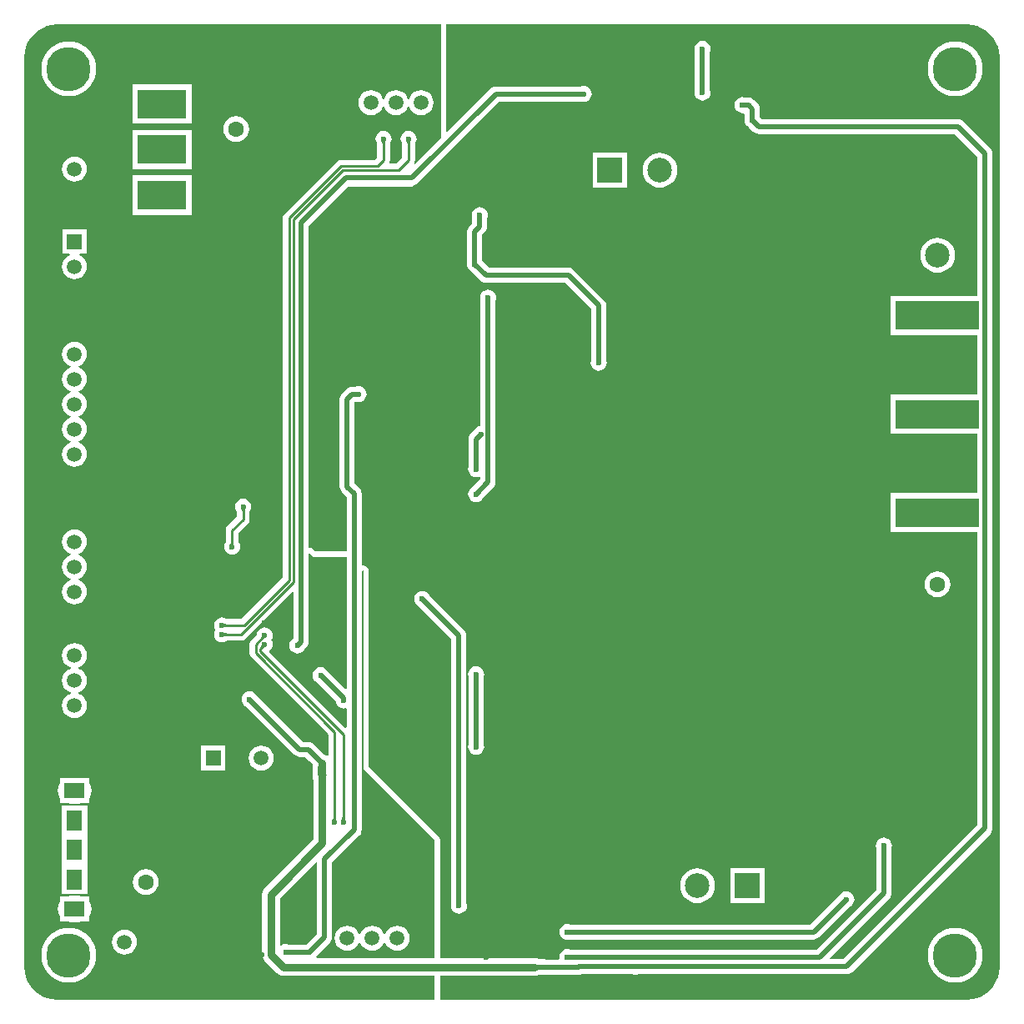
<source format=gbl>
G04*
G04 #@! TF.GenerationSoftware,Altium Limited,Altium Designer,18.1.9 (240)*
G04*
G04 Layer_Physical_Order=2*
G04 Layer_Color=16711680*
%FSLAX25Y25*%
%MOIN*%
G70*
G01*
G75*
%ADD12C,0.01000*%
%ADD20R,0.03700X0.03200*%
%ADD64C,0.02000*%
%ADD69C,0.03000*%
%ADD70R,0.09843X0.09843*%
%ADD71C,0.09843*%
%ADD72R,0.05906X0.05906*%
%ADD73C,0.05906*%
%ADD74R,0.06299X0.07874*%
%ADD75R,0.07874X0.06000*%
%ADD76R,0.05906X0.05906*%
%ADD77C,0.06299*%
%ADD78R,0.05906X0.05906*%
%ADD79C,0.05906*%
%ADD80R,0.33465X0.11811*%
%ADD81R,0.33465X0.11811*%
%ADD82R,0.09843X0.09843*%
%ADD83C,0.17717*%
%ADD84R,0.19685X0.11811*%
%ADD85C,0.02362*%
G36*
X156265Y345090D02*
X156209Y345017D01*
X156160Y344938D01*
X156118Y344853D01*
X156082Y344763D01*
X156052Y344666D01*
X156029Y344564D01*
X156013Y344456D01*
X156003Y344341D01*
X156000Y344221D01*
X155000D01*
X154997Y344341D01*
X154987Y344456D01*
X154971Y344564D01*
X154948Y344666D01*
X154918Y344763D01*
X154882Y344853D01*
X154840Y344938D01*
X154791Y345017D01*
X154735Y345090D01*
X154673Y345157D01*
X156327D01*
X156265Y345090D01*
D02*
G37*
G36*
X146265D02*
X146209Y345017D01*
X146160Y344938D01*
X146118Y344853D01*
X146082Y344763D01*
X146052Y344666D01*
X146029Y344564D01*
X146013Y344456D01*
X146003Y344341D01*
X146000Y344221D01*
X145000D01*
X144997Y344341D01*
X144987Y344456D01*
X144971Y344564D01*
X144948Y344666D01*
X144918Y344763D01*
X144882Y344853D01*
X144840Y344938D01*
X144791Y345017D01*
X144735Y345090D01*
X144673Y345157D01*
X146327D01*
X146265Y345090D01*
D02*
G37*
G36*
X15000Y391738D02*
X168500D01*
Y346379D01*
X158076Y335955D01*
X157687Y336274D01*
X157855Y336525D01*
X158049Y337500D01*
Y344096D01*
X158279Y344396D01*
X158599Y345170D01*
X158709Y346000D01*
X158599Y346830D01*
X158279Y347604D01*
X157769Y348269D01*
X157104Y348779D01*
X156330Y349099D01*
X155500Y349209D01*
X154670Y349099D01*
X153896Y348779D01*
X153231Y348269D01*
X152721Y347604D01*
X152401Y346830D01*
X152292Y346000D01*
X152401Y345170D01*
X152721Y344396D01*
X152951Y344096D01*
Y338556D01*
X150444Y336049D01*
X148112D01*
X147855Y336461D01*
X147860Y336549D01*
X148049Y337500D01*
Y344096D01*
X148279Y344396D01*
X148599Y345170D01*
X148708Y346000D01*
X148599Y346830D01*
X148279Y347604D01*
X147769Y348269D01*
X147104Y348779D01*
X146330Y349099D01*
X145500Y349209D01*
X144670Y349099D01*
X143896Y348779D01*
X143231Y348269D01*
X142721Y347604D01*
X142401Y346830D01*
X142291Y346000D01*
X142401Y345170D01*
X142721Y344396D01*
X142951Y344096D01*
Y338556D01*
X142044Y337649D01*
X128600D01*
X127624Y337455D01*
X126798Y336902D01*
X106098Y316202D01*
X105545Y315375D01*
X105351Y314400D01*
Y170738D01*
X88662Y154049D01*
X82904D01*
X82604Y154279D01*
X81830Y154599D01*
X81000Y154709D01*
X80170Y154599D01*
X79396Y154279D01*
X78731Y153769D01*
X78221Y153104D01*
X77901Y152330D01*
X77791Y151500D01*
X77901Y150670D01*
X78221Y149896D01*
X78329Y149756D01*
X78182Y149565D01*
X77861Y148791D01*
X77752Y147961D01*
X77861Y147130D01*
X78182Y146356D01*
X78692Y145692D01*
X79356Y145182D01*
X80130Y144861D01*
X80961Y144752D01*
X81791Y144861D01*
X82565Y145182D01*
X82864Y145412D01*
X88442D01*
X89417Y145606D01*
X90244Y146158D01*
X109012Y164926D01*
X109474Y164735D01*
Y146266D01*
X108826Y145769D01*
X108316Y145104D01*
X107995Y144330D01*
X107886Y143500D01*
X107995Y142670D01*
X108316Y141896D01*
X108826Y141231D01*
X109490Y140721D01*
X110264Y140401D01*
X111094Y140292D01*
X111925Y140401D01*
X112699Y140721D01*
X113363Y141231D01*
X113873Y141896D01*
X113946Y142073D01*
X114640Y142766D01*
X114640Y142766D01*
X115120Y143393D01*
X115423Y144122D01*
X115526Y144905D01*
X115526Y144906D01*
Y180321D01*
X115988Y180512D01*
X117500Y179000D01*
X130724D01*
X130724Y126239D01*
X130262Y126048D01*
X123257Y133053D01*
X123183Y133230D01*
X122673Y133895D01*
X122009Y134405D01*
X121235Y134725D01*
X120405Y134834D01*
X119574Y134725D01*
X118800Y134405D01*
X118136Y133895D01*
X117626Y133230D01*
X117305Y132456D01*
X117196Y131626D01*
X117305Y130796D01*
X117626Y130022D01*
X118136Y129357D01*
X118800Y128847D01*
X118977Y128774D01*
X126413Y121338D01*
X126501Y120670D01*
X126821Y119896D01*
X127331Y119231D01*
X127996Y118721D01*
X128770Y118401D01*
X129600Y118291D01*
X130224Y118374D01*
X130724Y118037D01*
Y110797D01*
X130262Y110606D01*
X99981Y140886D01*
X100025Y141550D01*
X100292Y141755D01*
X100802Y142419D01*
X101123Y143193D01*
X101232Y144024D01*
X101123Y144854D01*
X100802Y145628D01*
X100688Y145777D01*
X100779Y145896D01*
X101099Y146670D01*
X101209Y147500D01*
X101099Y148330D01*
X100779Y149104D01*
X100269Y149769D01*
X99604Y150279D01*
X98830Y150599D01*
X98000Y150708D01*
X97170Y150599D01*
X96396Y150279D01*
X95731Y149769D01*
X95221Y149104D01*
X94901Y148330D01*
X94851Y147956D01*
X92698Y145802D01*
X92145Y144975D01*
X91951Y144000D01*
Y140500D01*
X92145Y139524D01*
X92698Y138698D01*
X123451Y107944D01*
Y99596D01*
X123003Y99375D01*
X122765Y99557D01*
X121989Y99879D01*
X120208Y101590D01*
X120157Y101622D01*
X117640Y104140D01*
X117013Y104621D01*
X116283Y104923D01*
X115500Y105026D01*
X113159D01*
X94757Y123427D01*
X94684Y123604D01*
X94174Y124269D01*
X93510Y124779D01*
X92736Y125099D01*
X91905Y125208D01*
X91075Y125099D01*
X90301Y124779D01*
X89637Y124269D01*
X89127Y123604D01*
X88806Y122830D01*
X88697Y122000D01*
X88806Y121170D01*
X89127Y120396D01*
X89637Y119731D01*
X90301Y119221D01*
X90478Y119148D01*
X109766Y99860D01*
X110393Y99379D01*
X111122Y99077D01*
X111906Y98974D01*
X114247D01*
X115891Y97330D01*
X115927Y97276D01*
X117150Y96031D01*
Y92105D01*
X117125Y92002D01*
X117132Y91957D01*
X117123Y91912D01*
X117150Y91775D01*
Y89900D01*
X117428D01*
X117458Y89414D01*
X117461Y88900D01*
X117470Y88856D01*
Y65962D01*
X98004Y46496D01*
X97443Y45765D01*
X97090Y44914D01*
X96970Y44000D01*
Y20000D01*
X97090Y19086D01*
X97443Y18235D01*
X98004Y17504D01*
X103004Y12504D01*
X103735Y11943D01*
X104586Y11590D01*
X105500Y11470D01*
X166000D01*
Y1963D01*
X15000D01*
X14899Y1942D01*
X12956Y2095D01*
X10962Y2574D01*
X9068Y3359D01*
X7320Y4430D01*
X5761Y5761D01*
X4430Y7320D01*
X3359Y9068D01*
X2574Y10962D01*
X2095Y12956D01*
X1942Y14899D01*
X1963Y15000D01*
Y378701D01*
X1942Y378802D01*
X2095Y380745D01*
X2574Y382738D01*
X3359Y384632D01*
X4430Y386381D01*
X5761Y387940D01*
X7320Y389271D01*
X9068Y390342D01*
X10962Y391127D01*
X12956Y391605D01*
X14899Y391758D01*
X15000Y391738D01*
D02*
G37*
G36*
X81911Y152265D02*
X81983Y152209D01*
X82062Y152160D01*
X82147Y152118D01*
X82237Y152082D01*
X82334Y152052D01*
X82436Y152029D01*
X82544Y152013D01*
X82659Y152003D01*
X82779Y152000D01*
Y151000D01*
X82659Y150997D01*
X82544Y150987D01*
X82436Y150971D01*
X82334Y150948D01*
X82237Y150918D01*
X82147Y150882D01*
X82062Y150840D01*
X81983Y150791D01*
X81911Y150735D01*
X81844Y150673D01*
Y152327D01*
X81911Y152265D01*
D02*
G37*
G36*
X81871Y148725D02*
X81944Y148670D01*
X82023Y148621D01*
X82108Y148578D01*
X82198Y148542D01*
X82294Y148513D01*
X82397Y148490D01*
X82505Y148474D01*
X82619Y148464D01*
X82739Y148461D01*
Y147461D01*
X82619Y147457D01*
X82505Y147448D01*
X82397Y147431D01*
X82294Y147408D01*
X82198Y147379D01*
X82108Y147343D01*
X82023Y147301D01*
X81944Y147251D01*
X81871Y147196D01*
X81804Y147134D01*
Y148787D01*
X81871Y148725D01*
D02*
G37*
G36*
X97988Y146319D02*
X97897Y146316D01*
X97806Y146303D01*
X97716Y146282D01*
X97626Y146252D01*
X97536Y146214D01*
X97447Y146166D01*
X97359Y146110D01*
X97271Y146045D01*
X97183Y145971D01*
X97096Y145889D01*
X96389Y146596D01*
X96471Y146683D01*
X96545Y146771D01*
X96610Y146859D01*
X96666Y146947D01*
X96714Y147036D01*
X96752Y147126D01*
X96782Y147216D01*
X96803Y147306D01*
X96816Y147397D01*
X96819Y147488D01*
X97988Y146319D01*
D02*
G37*
G36*
X98012Y142843D02*
X97921Y142839D01*
X97830Y142827D01*
X97739Y142806D01*
X97649Y142776D01*
X97560Y142737D01*
X97471Y142690D01*
X97382Y142634D01*
X97294Y142569D01*
X97207Y142495D01*
X97119Y142412D01*
X96412Y143119D01*
X96495Y143207D01*
X96569Y143294D01*
X96634Y143382D01*
X96690Y143471D01*
X96737Y143560D01*
X96776Y143649D01*
X96806Y143739D01*
X96827Y143830D01*
X96839Y143921D01*
X96843Y144012D01*
X98012Y142843D01*
D02*
G37*
G36*
X121001Y98000D02*
X119500Y96499D01*
X119479Y96537D01*
X119415Y96615D01*
X119161Y96894D01*
X117381Y98705D01*
X118795Y100119D01*
X121001Y98000D01*
D02*
G37*
G36*
X122774Y91882D02*
X122716Y91792D01*
X122666Y91642D01*
X122622Y91432D01*
X122584Y91162D01*
X122530Y90442D01*
X122500Y88912D01*
X119500D01*
X119497Y89482D01*
X119378Y91432D01*
X119334Y91642D01*
X119284Y91792D01*
X119226Y91882D01*
X119162Y91912D01*
X122838D01*
X122774Y91882D01*
D02*
G37*
G36*
X130003Y74659D02*
X130013Y74545D01*
X130029Y74436D01*
X130052Y74334D01*
X130082Y74237D01*
X130118Y74147D01*
X130160Y74062D01*
X130209Y73983D01*
X130265Y73910D01*
X130327Y73843D01*
X128673D01*
X128735Y73910D01*
X128791Y73983D01*
X128840Y74062D01*
X128882Y74147D01*
X128918Y74237D01*
X128948Y74334D01*
X128971Y74436D01*
X128987Y74545D01*
X128997Y74659D01*
X129000Y74779D01*
X130000D01*
X130003Y74659D01*
D02*
G37*
G36*
X126503D02*
X126513Y74545D01*
X126529Y74436D01*
X126552Y74334D01*
X126582Y74237D01*
X126618Y74147D01*
X126660Y74062D01*
X126709Y73983D01*
X126765Y73910D01*
X126827Y73843D01*
X125173D01*
X125235Y73910D01*
X125291Y73983D01*
X125340Y74062D01*
X125382Y74147D01*
X125418Y74237D01*
X125448Y74334D01*
X125471Y74436D01*
X125487Y74545D01*
X125497Y74659D01*
X125500Y74779D01*
X126500D01*
X126503Y74659D01*
D02*
G37*
G36*
X118974Y56828D02*
Y28253D01*
X114747Y24026D01*
X107508D01*
X107330Y24099D01*
X106500Y24208D01*
X105670Y24099D01*
X104896Y23779D01*
X104530Y23498D01*
X104030Y23745D01*
Y42538D01*
X118512Y57020D01*
X118974Y56828D01*
D02*
G37*
G36*
X137500Y173371D02*
Y94329D01*
X166000Y65829D01*
Y18530D01*
X118745D01*
X118498Y19030D01*
X118779Y19396D01*
X118852Y19573D01*
X124140Y24860D01*
X124620Y25487D01*
X124923Y26217D01*
X125026Y27000D01*
Y56818D01*
X135889Y67682D01*
X136370Y68309D01*
X136673Y69038D01*
X136776Y69821D01*
X136776Y69822D01*
X136776Y173302D01*
X137276Y173546D01*
X137500Y173371D01*
D02*
G37*
G36*
X207102Y16050D02*
X207202Y16039D01*
X207579Y16022D01*
X210118Y16000D01*
Y14000D01*
X207060Y13939D01*
Y16061D01*
X207102Y16050D01*
D02*
G37*
G36*
X380745Y391605D02*
X382738Y391127D01*
X384632Y390342D01*
X386381Y389271D01*
X387940Y387940D01*
X389271Y386381D01*
X390342Y384632D01*
X391127Y382738D01*
X391605Y380745D01*
X391758Y378802D01*
X391738Y378701D01*
Y15000D01*
X391758Y14899D01*
X391605Y12956D01*
X391127Y10962D01*
X390342Y9068D01*
X389271Y7320D01*
X387940Y5761D01*
X386381Y4430D01*
X384632Y3359D01*
X382738Y2574D01*
X380745Y2095D01*
X378802Y1942D01*
X378701Y1963D01*
X168039D01*
Y11470D01*
X206000D01*
X206914Y11590D01*
X207690Y11912D01*
X210159Y11961D01*
X210217Y11974D01*
X222292D01*
X222470Y11901D01*
X223300Y11791D01*
X224130Y11901D01*
X224549Y12074D01*
X245093D01*
X245270Y12001D01*
X246100Y11891D01*
X246930Y12001D01*
X247108Y12074D01*
X330600D01*
X331383Y12177D01*
X332113Y12479D01*
X332740Y12960D01*
X388140Y68360D01*
X388140Y68360D01*
X388620Y68987D01*
X388923Y69717D01*
X389026Y70500D01*
X389026Y70500D01*
X389026Y340200D01*
X389026Y340200D01*
X388923Y340983D01*
X388620Y341713D01*
X388140Y342340D01*
X388140Y342340D01*
X377340Y353140D01*
X376713Y353621D01*
X375983Y353923D01*
X375200Y354026D01*
X296753D01*
X296026Y354753D01*
Y358000D01*
X295923Y358783D01*
X295620Y359513D01*
X295140Y360140D01*
X293640Y361640D01*
X293013Y362121D01*
X292283Y362423D01*
X291500Y362526D01*
X290007D01*
X289830Y362599D01*
X289000Y362709D01*
X288170Y362599D01*
X287396Y362279D01*
X286731Y361769D01*
X286221Y361104D01*
X285901Y360330D01*
X285791Y359500D01*
X285901Y358670D01*
X286221Y357896D01*
X286731Y357231D01*
X287396Y356721D01*
X288170Y356401D01*
X289000Y356291D01*
X289474Y356354D01*
X289974Y355950D01*
Y354507D01*
X289901Y354330D01*
X289791Y353500D01*
X289901Y352670D01*
X290221Y351896D01*
X290731Y351231D01*
X291396Y350721D01*
X291573Y350648D01*
X293360Y348860D01*
X293360Y348860D01*
X293987Y348379D01*
X294717Y348077D01*
X295500Y347974D01*
X373947D01*
X382974Y338947D01*
Y283276D01*
X348268D01*
Y267465D01*
X382974D01*
Y243905D01*
X348268D01*
Y228095D01*
X382974D01*
X382974Y204535D01*
X348268D01*
Y188724D01*
X382974D01*
Y71753D01*
X329347Y18126D01*
X324058D01*
X323867Y18588D01*
X347640Y42360D01*
X347640Y42360D01*
X348120Y42987D01*
X348423Y43717D01*
X348526Y44500D01*
X348526Y44500D01*
Y62493D01*
X348599Y62670D01*
X348709Y63500D01*
X348599Y64330D01*
X348279Y65104D01*
X347769Y65769D01*
X347104Y66279D01*
X346330Y66599D01*
X345500Y66709D01*
X344670Y66599D01*
X343896Y66279D01*
X343231Y65769D01*
X342721Y65104D01*
X342401Y64330D01*
X342291Y63500D01*
X342401Y62670D01*
X342474Y62493D01*
Y45753D01*
X318747Y22026D01*
X220007D01*
X219830Y22099D01*
X219000Y22208D01*
X218170Y22099D01*
X217396Y21779D01*
X216731Y21269D01*
X216221Y20604D01*
X215901Y19830D01*
X215791Y19000D01*
X215854Y18526D01*
X215450Y18026D01*
X210199D01*
X210136Y18039D01*
X207759Y18060D01*
X206914Y18410D01*
X206000Y18530D01*
X168039D01*
Y65829D01*
X168039Y65829D01*
X167884Y66610D01*
X167442Y67271D01*
X139539Y95174D01*
Y173371D01*
X139515Y173495D01*
X139524Y173620D01*
X139438Y173882D01*
X139384Y174152D01*
X139314Y174256D01*
X139275Y174376D01*
X139095Y174584D01*
X138942Y174813D01*
X138837Y174883D01*
X138755Y174978D01*
X138531Y175154D01*
X138230Y175305D01*
X137939Y175475D01*
X137877Y175483D01*
X137820Y175512D01*
X137485Y175536D01*
X137151Y175582D01*
X136776Y175907D01*
Y204250D01*
X136673Y205033D01*
X136370Y205763D01*
X135889Y206390D01*
X134026Y208253D01*
Y240747D01*
X134253Y240974D01*
X134493D01*
X134670Y240901D01*
X135500Y240791D01*
X136330Y240901D01*
X137104Y241221D01*
X137769Y241731D01*
X138279Y242396D01*
X138599Y243170D01*
X138708Y244000D01*
X138599Y244830D01*
X138279Y245604D01*
X137769Y246269D01*
X137104Y246779D01*
X136330Y247099D01*
X135500Y247209D01*
X134670Y247099D01*
X134493Y247026D01*
X133000D01*
X133000Y247026D01*
X132217Y246923D01*
X131487Y246620D01*
X130860Y246140D01*
X128860Y244140D01*
X128379Y243513D01*
X128077Y242783D01*
X127974Y242000D01*
Y207000D01*
X128077Y206217D01*
X128379Y205487D01*
X128860Y204860D01*
X130724Y202997D01*
Y181121D01*
X118263D01*
X117430Y181954D01*
X116768Y182396D01*
X115988Y182551D01*
X115547Y182913D01*
X115526Y182969D01*
X115526Y311247D01*
X131279Y327000D01*
X157000D01*
X157561Y327561D01*
X157683Y327577D01*
X158413Y327880D01*
X159040Y328360D01*
X191653Y360974D01*
X224493D01*
X224670Y360901D01*
X225500Y360791D01*
X226330Y360901D01*
X227104Y361221D01*
X227769Y361731D01*
X228279Y362396D01*
X228599Y363170D01*
X228709Y364000D01*
X228599Y364830D01*
X228279Y365604D01*
X227769Y366269D01*
X227104Y366779D01*
X226330Y367099D01*
X225500Y367209D01*
X224670Y367099D01*
X224493Y367026D01*
X190400D01*
X189617Y366923D01*
X188887Y366620D01*
X188260Y366140D01*
X188260Y366140D01*
X171001Y348880D01*
X170539Y349072D01*
Y391738D01*
X378701D01*
X378802Y391758D01*
X380745Y391605D01*
D02*
G37*
%LPC*%
G36*
X19685Y384908D02*
X17981Y384773D01*
X16319Y384375D01*
X14740Y383720D01*
X13283Y382827D01*
X11983Y381717D01*
X10873Y380418D01*
X9980Y378961D01*
X9326Y377382D01*
X8927Y375720D01*
X8793Y374016D01*
X8927Y372312D01*
X9326Y370650D01*
X9980Y369071D01*
X10873Y367614D01*
X11983Y366314D01*
X13283Y365204D01*
X14740Y364311D01*
X16319Y363657D01*
X17981Y363258D01*
X19685Y363124D01*
X21389Y363258D01*
X23051Y363657D01*
X24630Y364311D01*
X26087Y365204D01*
X27387Y366314D01*
X28497Y367614D01*
X29390Y369071D01*
X30044Y370650D01*
X30443Y372312D01*
X30577Y374016D01*
X30443Y375720D01*
X30044Y377382D01*
X29390Y378961D01*
X28497Y380418D01*
X27387Y381717D01*
X26087Y382827D01*
X24630Y383720D01*
X23051Y384375D01*
X21389Y384773D01*
X19685Y384908D01*
D02*
G37*
G36*
X160500Y365495D02*
X159207Y365325D01*
X158002Y364826D01*
X156968Y364032D01*
X156174Y362998D01*
X155771Y362024D01*
X155229D01*
X154826Y362998D01*
X154032Y364032D01*
X152998Y364826D01*
X151793Y365325D01*
X150500Y365495D01*
X149207Y365325D01*
X148002Y364826D01*
X146968Y364032D01*
X146174Y362998D01*
X145771Y362024D01*
X145229D01*
X144826Y362998D01*
X144032Y364032D01*
X142998Y364826D01*
X141793Y365325D01*
X140500Y365495D01*
X139207Y365325D01*
X138002Y364826D01*
X136968Y364032D01*
X136174Y362998D01*
X135675Y361793D01*
X135504Y360500D01*
X135675Y359207D01*
X136174Y358002D01*
X136968Y356968D01*
X138002Y356174D01*
X139207Y355675D01*
X140500Y355504D01*
X141793Y355675D01*
X142998Y356174D01*
X144032Y356968D01*
X144826Y358002D01*
X145229Y358976D01*
X145771D01*
X146174Y358002D01*
X146968Y356968D01*
X148002Y356174D01*
X149207Y355675D01*
X150500Y355504D01*
X151793Y355675D01*
X152998Y356174D01*
X154032Y356968D01*
X154826Y358002D01*
X155229Y358976D01*
X155771D01*
X156174Y358002D01*
X156968Y356968D01*
X158002Y356174D01*
X159207Y355675D01*
X160500Y355504D01*
X161793Y355675D01*
X162998Y356174D01*
X164032Y356968D01*
X164826Y358002D01*
X165325Y359207D01*
X165496Y360500D01*
X165325Y361793D01*
X164826Y362998D01*
X164032Y364032D01*
X162998Y364826D01*
X161793Y365325D01*
X160500Y365495D01*
D02*
G37*
G36*
X68843Y367905D02*
X45158D01*
Y352095D01*
X68843D01*
Y367905D01*
D02*
G37*
G36*
X86600Y355194D02*
X85256Y355017D01*
X84003Y354498D01*
X82927Y353673D01*
X82102Y352597D01*
X81583Y351344D01*
X81406Y350000D01*
X81583Y348656D01*
X82102Y347403D01*
X82927Y346327D01*
X84003Y345502D01*
X85256Y344983D01*
X86600Y344806D01*
X87944Y344983D01*
X89197Y345502D01*
X90273Y346327D01*
X91098Y347403D01*
X91617Y348656D01*
X91794Y350000D01*
X91617Y351344D01*
X91098Y352597D01*
X90273Y353673D01*
X89197Y354498D01*
X87944Y355017D01*
X86600Y355194D01*
D02*
G37*
G36*
X68843Y349605D02*
X45158D01*
Y333794D01*
X68843D01*
Y349605D01*
D02*
G37*
G36*
X22000Y338996D02*
X20707Y338825D01*
X19502Y338326D01*
X18468Y337532D01*
X17674Y336498D01*
X17175Y335293D01*
X17005Y334000D01*
X17175Y332707D01*
X17674Y331502D01*
X18468Y330468D01*
X19502Y329674D01*
X20707Y329175D01*
X22000Y329005D01*
X23293Y329175D01*
X24498Y329674D01*
X25532Y330468D01*
X26326Y331502D01*
X26825Y332707D01*
X26996Y334000D01*
X26825Y335293D01*
X26326Y336498D01*
X25532Y337532D01*
X24498Y338326D01*
X23293Y338825D01*
X22000Y338996D01*
D02*
G37*
G36*
X68843Y331405D02*
X45158D01*
Y315595D01*
X68843D01*
Y331405D01*
D02*
G37*
G36*
X26953Y309953D02*
X17047D01*
Y300047D01*
X19936D01*
X20036Y299547D01*
X19502Y299326D01*
X18468Y298532D01*
X17674Y297498D01*
X17175Y296293D01*
X17005Y295000D01*
X17175Y293707D01*
X17674Y292502D01*
X18468Y291468D01*
X19502Y290674D01*
X20707Y290175D01*
X22000Y290004D01*
X23293Y290175D01*
X24498Y290674D01*
X25532Y291468D01*
X26326Y292502D01*
X26825Y293707D01*
X26996Y295000D01*
X26825Y296293D01*
X26326Y297498D01*
X25532Y298532D01*
X24498Y299326D01*
X23964Y299547D01*
X24064Y300047D01*
X26953D01*
Y309953D01*
D02*
G37*
G36*
X22000Y264996D02*
X20707Y264825D01*
X19502Y264326D01*
X18468Y263532D01*
X17674Y262498D01*
X17175Y261293D01*
X17005Y260000D01*
X17175Y258707D01*
X17674Y257502D01*
X18468Y256468D01*
X19502Y255674D01*
X20476Y255271D01*
Y254729D01*
X19502Y254326D01*
X18468Y253532D01*
X17674Y252498D01*
X17175Y251293D01*
X17005Y250000D01*
X17175Y248707D01*
X17674Y247502D01*
X18468Y246468D01*
X19502Y245674D01*
X20476Y245271D01*
Y244729D01*
X19502Y244326D01*
X18468Y243532D01*
X17674Y242498D01*
X17175Y241293D01*
X17005Y240000D01*
X17175Y238707D01*
X17674Y237502D01*
X18468Y236468D01*
X19502Y235674D01*
X20476Y235271D01*
Y234729D01*
X19502Y234326D01*
X18468Y233532D01*
X17674Y232498D01*
X17175Y231293D01*
X17005Y230000D01*
X17175Y228707D01*
X17674Y227502D01*
X18468Y226468D01*
X19502Y225674D01*
X20476Y225271D01*
Y224729D01*
X19502Y224326D01*
X18468Y223532D01*
X17674Y222498D01*
X17175Y221293D01*
X17005Y220000D01*
X17175Y218707D01*
X17674Y217502D01*
X18468Y216468D01*
X19502Y215674D01*
X20707Y215175D01*
X22000Y215004D01*
X23293Y215175D01*
X24498Y215674D01*
X25532Y216468D01*
X26326Y217502D01*
X26825Y218707D01*
X26996Y220000D01*
X26825Y221293D01*
X26326Y222498D01*
X25532Y223532D01*
X24498Y224326D01*
X23524Y224729D01*
Y225271D01*
X24498Y225674D01*
X25532Y226468D01*
X26326Y227502D01*
X26825Y228707D01*
X26996Y230000D01*
X26825Y231293D01*
X26326Y232498D01*
X25532Y233532D01*
X24498Y234326D01*
X23524Y234729D01*
Y235271D01*
X24498Y235674D01*
X25532Y236468D01*
X26326Y237502D01*
X26825Y238707D01*
X26996Y240000D01*
X26825Y241293D01*
X26326Y242498D01*
X25532Y243532D01*
X24498Y244326D01*
X23524Y244729D01*
Y245271D01*
X24498Y245674D01*
X25532Y246468D01*
X26326Y247502D01*
X26825Y248707D01*
X26996Y250000D01*
X26825Y251293D01*
X26326Y252498D01*
X25532Y253532D01*
X24498Y254326D01*
X23524Y254729D01*
Y255271D01*
X24498Y255674D01*
X25532Y256468D01*
X26326Y257502D01*
X26825Y258707D01*
X26996Y260000D01*
X26825Y261293D01*
X26326Y262498D01*
X25532Y263532D01*
X24498Y264326D01*
X23293Y264825D01*
X22000Y264996D01*
D02*
G37*
G36*
X89406Y202208D02*
X88575Y202099D01*
X87801Y201779D01*
X87137Y201269D01*
X86627Y200604D01*
X86306Y199830D01*
X86197Y199000D01*
X86306Y198170D01*
X86627Y197396D01*
X86857Y197096D01*
Y195056D01*
X83198Y191397D01*
X82645Y190570D01*
X82451Y189594D01*
Y184904D01*
X82221Y184604D01*
X81901Y183830D01*
X81791Y183000D01*
X81901Y182170D01*
X82221Y181396D01*
X82731Y180731D01*
X83396Y180221D01*
X84170Y179901D01*
X85000Y179791D01*
X85830Y179901D01*
X86604Y180221D01*
X87269Y180731D01*
X87779Y181396D01*
X88099Y182170D01*
X88209Y183000D01*
X88099Y183830D01*
X87779Y184604D01*
X87549Y184904D01*
Y188539D01*
X91208Y192198D01*
X91760Y193025D01*
X91954Y194000D01*
Y197096D01*
X92184Y197396D01*
X92505Y198170D01*
X92614Y199000D01*
X92505Y199830D01*
X92184Y200604D01*
X91674Y201269D01*
X91010Y201779D01*
X90236Y202099D01*
X89406Y202208D01*
D02*
G37*
G36*
X22000Y189996D02*
X20707Y189825D01*
X19502Y189326D01*
X18468Y188532D01*
X17674Y187498D01*
X17175Y186293D01*
X17005Y185000D01*
X17175Y183707D01*
X17674Y182502D01*
X18468Y181468D01*
X19502Y180674D01*
X20476Y180271D01*
Y179729D01*
X19502Y179326D01*
X18468Y178532D01*
X17674Y177498D01*
X17175Y176293D01*
X17005Y175000D01*
X17175Y173707D01*
X17674Y172502D01*
X18468Y171468D01*
X19502Y170674D01*
X20476Y170271D01*
Y169729D01*
X19502Y169326D01*
X18468Y168532D01*
X17674Y167498D01*
X17175Y166293D01*
X17005Y165000D01*
X17175Y163707D01*
X17674Y162502D01*
X18468Y161468D01*
X19502Y160674D01*
X20707Y160175D01*
X22000Y160004D01*
X23293Y160175D01*
X24498Y160674D01*
X25532Y161468D01*
X26326Y162502D01*
X26825Y163707D01*
X26996Y165000D01*
X26825Y166293D01*
X26326Y167498D01*
X25532Y168532D01*
X24498Y169326D01*
X23524Y169729D01*
Y170271D01*
X24498Y170674D01*
X25532Y171468D01*
X26326Y172502D01*
X26825Y173707D01*
X26996Y175000D01*
X26825Y176293D01*
X26326Y177498D01*
X25532Y178532D01*
X24498Y179326D01*
X23524Y179729D01*
Y180271D01*
X24498Y180674D01*
X25532Y181468D01*
X26326Y182502D01*
X26825Y183707D01*
X26996Y185000D01*
X26825Y186293D01*
X26326Y187498D01*
X25532Y188532D01*
X24498Y189326D01*
X23293Y189825D01*
X22000Y189996D01*
D02*
G37*
G36*
Y144495D02*
X20707Y144325D01*
X19502Y143826D01*
X18468Y143032D01*
X17674Y141998D01*
X17175Y140793D01*
X17005Y139500D01*
X17175Y138207D01*
X17674Y137002D01*
X18468Y135968D01*
X19502Y135174D01*
X20476Y134771D01*
Y134229D01*
X19502Y133826D01*
X18468Y133032D01*
X17674Y131998D01*
X17175Y130793D01*
X17005Y129500D01*
X17175Y128207D01*
X17674Y127002D01*
X18468Y125968D01*
X19502Y125174D01*
X20476Y124771D01*
Y124229D01*
X19502Y123826D01*
X18468Y123032D01*
X17674Y121998D01*
X17175Y120793D01*
X17005Y119500D01*
X17175Y118207D01*
X17674Y117002D01*
X18468Y115968D01*
X19502Y115174D01*
X20707Y114675D01*
X22000Y114505D01*
X23293Y114675D01*
X24498Y115174D01*
X25532Y115968D01*
X26326Y117002D01*
X26825Y118207D01*
X26996Y119500D01*
X26825Y120793D01*
X26326Y121998D01*
X25532Y123032D01*
X24498Y123826D01*
X23524Y124229D01*
Y124771D01*
X24498Y125174D01*
X25532Y125968D01*
X26326Y127002D01*
X26825Y128207D01*
X26996Y129500D01*
X26825Y130793D01*
X26326Y131998D01*
X25532Y133032D01*
X24498Y133826D01*
X23524Y134229D01*
Y134771D01*
X24498Y135174D01*
X25532Y135968D01*
X26326Y137002D01*
X26825Y138207D01*
X26996Y139500D01*
X26825Y140793D01*
X26326Y141998D01*
X25532Y143032D01*
X24498Y143826D01*
X23293Y144325D01*
X22000Y144495D01*
D02*
G37*
G36*
X82353Y103453D02*
X72447D01*
Y93547D01*
X82353D01*
Y103453D01*
D02*
G37*
G36*
X96600Y103496D02*
X95307Y103325D01*
X94102Y102826D01*
X93068Y102032D01*
X92274Y100998D01*
X91775Y99793D01*
X91605Y98500D01*
X91775Y97207D01*
X92274Y96002D01*
X93068Y94968D01*
X94102Y94174D01*
X95307Y93675D01*
X96600Y93505D01*
X97893Y93675D01*
X99098Y94174D01*
X100132Y94968D01*
X100926Y96002D01*
X101425Y97207D01*
X101595Y98500D01*
X101425Y99793D01*
X100926Y100998D01*
X100132Y102032D01*
X99098Y102826D01*
X97893Y103325D01*
X96600Y103496D01*
D02*
G37*
G36*
X23575Y90627D02*
X20425D01*
X19081Y90450D01*
X19040Y90433D01*
X16063D01*
Y88207D01*
X15927Y88030D01*
X15408Y86777D01*
X15231Y85433D01*
X15408Y84089D01*
X15927Y82836D01*
X16063Y82659D01*
Y80433D01*
X19040D01*
X19081Y80416D01*
X20425Y80239D01*
X23575D01*
X24919Y80416D01*
X24960Y80433D01*
X27937D01*
Y82659D01*
X28073Y82836D01*
X28592Y84089D01*
X28769Y85433D01*
X28592Y86777D01*
X28073Y88030D01*
X27937Y88207D01*
Y90433D01*
X24960D01*
X24919Y90450D01*
X23575Y90627D01*
D02*
G37*
G36*
X27150Y79559D02*
X16850D01*
Y67685D01*
Y55874D01*
Y44063D01*
X27150D01*
Y55874D01*
Y67685D01*
Y79559D01*
D02*
G37*
G36*
X50500Y54194D02*
X49156Y54017D01*
X47903Y53498D01*
X46827Y52673D01*
X46002Y51597D01*
X45483Y50344D01*
X45306Y49000D01*
X45483Y47656D01*
X46002Y46403D01*
X46827Y45327D01*
X47903Y44502D01*
X49156Y43983D01*
X50500Y43806D01*
X51844Y43983D01*
X53097Y44502D01*
X54173Y45327D01*
X54998Y46403D01*
X55517Y47656D01*
X55694Y49000D01*
X55517Y50344D01*
X54998Y51597D01*
X54173Y52673D01*
X53097Y53498D01*
X51844Y54017D01*
X50500Y54194D01*
D02*
G37*
G36*
X23575Y43383D02*
X20425D01*
X19081Y43206D01*
X19040Y43189D01*
X16063D01*
Y40963D01*
X15927Y40786D01*
X15408Y39533D01*
X15231Y38189D01*
X15408Y36845D01*
X15927Y35592D01*
X16063Y35415D01*
Y33189D01*
X19040D01*
X19081Y33172D01*
X20425Y32995D01*
X23575D01*
X24919Y33172D01*
X24960Y33189D01*
X27937D01*
Y35415D01*
X28073Y35592D01*
X28592Y36845D01*
X28769Y38189D01*
X28592Y39533D01*
X28073Y40786D01*
X27937Y40963D01*
Y43189D01*
X24960D01*
X24919Y43206D01*
X23575Y43383D01*
D02*
G37*
G36*
X42000Y29996D02*
X40707Y29825D01*
X39502Y29326D01*
X38468Y28532D01*
X37674Y27498D01*
X37175Y26293D01*
X37005Y25000D01*
X37175Y23707D01*
X37674Y22502D01*
X38468Y21468D01*
X39502Y20674D01*
X40707Y20175D01*
X42000Y20005D01*
X43293Y20175D01*
X44498Y20674D01*
X45532Y21468D01*
X46326Y22502D01*
X46825Y23707D01*
X46995Y25000D01*
X46825Y26293D01*
X46326Y27498D01*
X45532Y28532D01*
X44498Y29326D01*
X43293Y29825D01*
X42000Y29996D01*
D02*
G37*
G36*
X19685Y30577D02*
X17981Y30443D01*
X16319Y30044D01*
X14740Y29390D01*
X13283Y28497D01*
X11983Y27387D01*
X10873Y26087D01*
X9980Y24630D01*
X9326Y23051D01*
X8927Y21389D01*
X8793Y19685D01*
X8927Y17981D01*
X9326Y16319D01*
X9980Y14740D01*
X10873Y13283D01*
X11983Y11983D01*
X13283Y10873D01*
X14740Y9980D01*
X16319Y9326D01*
X17981Y8927D01*
X19685Y8793D01*
X21389Y8927D01*
X23051Y9326D01*
X24630Y9980D01*
X26087Y10873D01*
X27387Y11983D01*
X28497Y13283D01*
X29390Y14740D01*
X30044Y16319D01*
X30443Y17981D01*
X30577Y19685D01*
X30443Y21389D01*
X30044Y23051D01*
X29390Y24630D01*
X28497Y26087D01*
X27387Y27387D01*
X26087Y28497D01*
X24630Y29390D01*
X23051Y30044D01*
X21389Y30443D01*
X19685Y30577D01*
D02*
G37*
%LPD*%
G36*
X90170Y198090D02*
X90115Y198017D01*
X90066Y197938D01*
X90023Y197853D01*
X89987Y197763D01*
X89958Y197666D01*
X89935Y197564D01*
X89919Y197456D01*
X89909Y197341D01*
X89906Y197221D01*
X88906D01*
X88902Y197341D01*
X88892Y197456D01*
X88876Y197564D01*
X88853Y197666D01*
X88824Y197763D01*
X88788Y197853D01*
X88745Y197938D01*
X88696Y198017D01*
X88641Y198090D01*
X88579Y198156D01*
X90232D01*
X90170Y198090D01*
D02*
G37*
G36*
X85503Y184659D02*
X85513Y184545D01*
X85529Y184436D01*
X85552Y184334D01*
X85582Y184237D01*
X85618Y184147D01*
X85660Y184062D01*
X85709Y183983D01*
X85765Y183911D01*
X85827Y183844D01*
X84173D01*
X84235Y183911D01*
X84291Y183983D01*
X84340Y184062D01*
X84382Y184147D01*
X84418Y184237D01*
X84448Y184334D01*
X84471Y184436D01*
X84487Y184545D01*
X84497Y184659D01*
X84500Y184779D01*
X85500D01*
X85503Y184659D01*
D02*
G37*
%LPC*%
G36*
X151000Y31495D02*
X149707Y31325D01*
X148502Y30826D01*
X147468Y30032D01*
X146674Y28998D01*
X146271Y28024D01*
X145729D01*
X145326Y28998D01*
X144532Y30032D01*
X143498Y30826D01*
X142293Y31325D01*
X141000Y31495D01*
X139707Y31325D01*
X138502Y30826D01*
X137468Y30032D01*
X136674Y28998D01*
X136271Y28024D01*
X135729D01*
X135326Y28998D01*
X134532Y30032D01*
X133498Y30826D01*
X132293Y31325D01*
X131000Y31495D01*
X129707Y31325D01*
X128502Y30826D01*
X127468Y30032D01*
X126674Y28998D01*
X126175Y27793D01*
X126005Y26500D01*
X126175Y25207D01*
X126674Y24002D01*
X127468Y22968D01*
X128502Y22174D01*
X129707Y21675D01*
X131000Y21505D01*
X132293Y21675D01*
X133498Y22174D01*
X134532Y22968D01*
X135326Y24002D01*
X135729Y24976D01*
X136271D01*
X136674Y24002D01*
X137468Y22968D01*
X138502Y22174D01*
X139707Y21675D01*
X141000Y21505D01*
X142293Y21675D01*
X143498Y22174D01*
X144532Y22968D01*
X145326Y24002D01*
X145729Y24976D01*
X146271D01*
X146674Y24002D01*
X147468Y22968D01*
X148502Y22174D01*
X149707Y21675D01*
X151000Y21505D01*
X152293Y21675D01*
X153498Y22174D01*
X154532Y22968D01*
X155326Y24002D01*
X155825Y25207D01*
X155996Y26500D01*
X155825Y27793D01*
X155326Y28998D01*
X154532Y30032D01*
X153498Y30826D01*
X152293Y31325D01*
X151000Y31495D01*
D02*
G37*
G36*
X374016Y384908D02*
X372312Y384773D01*
X370650Y384375D01*
X369071Y383720D01*
X367614Y382827D01*
X366314Y381717D01*
X365204Y380418D01*
X364311Y378961D01*
X363657Y377382D01*
X363258Y375720D01*
X363124Y374016D01*
X363258Y372312D01*
X363657Y370650D01*
X364311Y369071D01*
X365204Y367614D01*
X366314Y366314D01*
X367614Y365204D01*
X369071Y364311D01*
X370650Y363657D01*
X372312Y363258D01*
X374016Y363124D01*
X375720Y363258D01*
X377382Y363657D01*
X378961Y364311D01*
X380418Y365204D01*
X381717Y366314D01*
X382827Y367614D01*
X383720Y369071D01*
X384375Y370650D01*
X384773Y372312D01*
X384908Y374016D01*
X384773Y375720D01*
X384375Y377382D01*
X383720Y378961D01*
X382827Y380418D01*
X381717Y381717D01*
X380418Y382827D01*
X378961Y383720D01*
X377382Y384375D01*
X375720Y384773D01*
X374016Y384908D01*
D02*
G37*
G36*
X273000Y385209D02*
X272170Y385099D01*
X271396Y384779D01*
X270731Y384269D01*
X270221Y383604D01*
X269901Y382830D01*
X269791Y382000D01*
X269901Y381170D01*
X269974Y380993D01*
Y365508D01*
X269901Y365330D01*
X269791Y364500D01*
X269901Y363670D01*
X270221Y362896D01*
X270731Y362231D01*
X271396Y361721D01*
X272170Y361401D01*
X273000Y361291D01*
X273830Y361401D01*
X274604Y361721D01*
X275269Y362231D01*
X275779Y362896D01*
X276099Y363670D01*
X276209Y364500D01*
X276099Y365330D01*
X276026Y365508D01*
Y380993D01*
X276099Y381170D01*
X276209Y382000D01*
X276099Y382830D01*
X275779Y383604D01*
X275269Y384269D01*
X274604Y384779D01*
X273830Y385099D01*
X273000Y385209D01*
D02*
G37*
G36*
X242921Y340421D02*
X229079D01*
Y326579D01*
X242921D01*
Y340421D01*
D02*
G37*
G36*
X256000Y340455D02*
X254643Y340321D01*
X253339Y339925D01*
X252136Y339283D01*
X251082Y338418D01*
X250217Y337364D01*
X249575Y336161D01*
X249179Y334857D01*
X249045Y333500D01*
X249179Y332143D01*
X249575Y330838D01*
X250217Y329636D01*
X251082Y328582D01*
X252136Y327717D01*
X253339Y327075D01*
X254643Y326679D01*
X256000Y326545D01*
X257357Y326679D01*
X258662Y327075D01*
X259864Y327717D01*
X260918Y328582D01*
X261783Y329636D01*
X262425Y330838D01*
X262821Y332143D01*
X262955Y333500D01*
X262821Y334857D01*
X262425Y336161D01*
X261783Y337364D01*
X260918Y338418D01*
X259864Y339283D01*
X258662Y339925D01*
X257357Y340321D01*
X256000Y340455D01*
D02*
G37*
G36*
X367000Y306455D02*
X365643Y306321D01*
X364338Y305925D01*
X363136Y305283D01*
X362082Y304418D01*
X361217Y303364D01*
X360575Y302162D01*
X360179Y300857D01*
X360045Y299500D01*
X360179Y298143D01*
X360575Y296838D01*
X361217Y295636D01*
X362082Y294582D01*
X363136Y293717D01*
X364338Y293075D01*
X365643Y292679D01*
X367000Y292545D01*
X368357Y292679D01*
X369661Y293075D01*
X370864Y293717D01*
X371918Y294582D01*
X372783Y295636D01*
X373425Y296838D01*
X373821Y298143D01*
X373955Y299500D01*
X373821Y300857D01*
X373425Y302162D01*
X372783Y303364D01*
X371918Y304418D01*
X370864Y305283D01*
X369661Y305925D01*
X368357Y306321D01*
X367000Y306455D01*
D02*
G37*
G36*
X184000Y318709D02*
X183170Y318599D01*
X182396Y318279D01*
X181731Y317769D01*
X181221Y317104D01*
X180901Y316330D01*
X180791Y315500D01*
X180901Y314670D01*
X180974Y314493D01*
Y312253D01*
X179860Y311140D01*
X179379Y310513D01*
X179077Y309783D01*
X178974Y309000D01*
Y297007D01*
X178901Y296830D01*
X178791Y296000D01*
X178901Y295170D01*
X179221Y294396D01*
X179731Y293731D01*
X180396Y293221D01*
X180573Y293148D01*
X184360Y289360D01*
X184987Y288879D01*
X185717Y288577D01*
X186500Y288474D01*
X218247D01*
X228474Y278247D01*
Y257507D01*
X228401Y257330D01*
X228291Y256500D01*
X228401Y255670D01*
X228721Y254896D01*
X229231Y254231D01*
X229896Y253721D01*
X230670Y253401D01*
X231500Y253291D01*
X232330Y253401D01*
X233104Y253721D01*
X233769Y254231D01*
X234279Y254896D01*
X234599Y255670D01*
X234709Y256500D01*
X234599Y257330D01*
X234526Y257507D01*
Y279500D01*
X234423Y280283D01*
X234120Y281013D01*
X233640Y281640D01*
X221640Y293640D01*
X221013Y294121D01*
X220283Y294423D01*
X219500Y294526D01*
X187753D01*
X185026Y297253D01*
Y307747D01*
X186140Y308860D01*
X186620Y309487D01*
X186923Y310217D01*
X187026Y311000D01*
X187026Y311000D01*
Y314493D01*
X187099Y314670D01*
X187208Y315500D01*
X187099Y316330D01*
X186779Y317104D01*
X186269Y317769D01*
X185604Y318279D01*
X184830Y318599D01*
X184000Y318709D01*
D02*
G37*
G36*
X187281Y285709D02*
X186451Y285599D01*
X185677Y285279D01*
X185012Y284769D01*
X184502Y284104D01*
X184182Y283330D01*
X184073Y282500D01*
X184182Y281670D01*
X184255Y281492D01*
Y231176D01*
X183670Y231099D01*
X182896Y230779D01*
X182231Y230269D01*
X181721Y229604D01*
X181648Y229427D01*
X180360Y228140D01*
X179879Y227513D01*
X179577Y226783D01*
X179474Y226000D01*
Y215007D01*
X179401Y214830D01*
X179291Y214000D01*
X179401Y213170D01*
X179721Y212396D01*
X180231Y211731D01*
X180896Y211221D01*
X181670Y210901D01*
X182500Y210791D01*
X183330Y210901D01*
X183755Y211077D01*
X184255Y210743D01*
Y210034D01*
X181073Y206852D01*
X180896Y206779D01*
X180231Y206269D01*
X179721Y205604D01*
X179401Y204830D01*
X179291Y204000D01*
X179401Y203170D01*
X179721Y202396D01*
X180231Y201731D01*
X180896Y201221D01*
X181670Y200901D01*
X182500Y200792D01*
X183330Y200901D01*
X184104Y201221D01*
X184769Y201731D01*
X185279Y202396D01*
X185352Y202573D01*
X189421Y206641D01*
X189421Y206642D01*
X189902Y207268D01*
X190204Y207998D01*
X190307Y208781D01*
X190307Y208781D01*
Y281492D01*
X190380Y281670D01*
X190490Y282500D01*
X190380Y283330D01*
X190060Y284104D01*
X189550Y284769D01*
X188885Y285279D01*
X188111Y285599D01*
X187281Y285709D01*
D02*
G37*
G36*
X367000Y173194D02*
X365656Y173017D01*
X364403Y172498D01*
X363327Y171673D01*
X362502Y170597D01*
X361983Y169344D01*
X361806Y168000D01*
X361983Y166656D01*
X362502Y165403D01*
X363327Y164327D01*
X364403Y163502D01*
X365656Y162983D01*
X367000Y162806D01*
X368344Y162983D01*
X369597Y163502D01*
X370673Y164327D01*
X371498Y165403D01*
X372017Y166656D01*
X372194Y168000D01*
X372017Y169344D01*
X371498Y170597D01*
X370673Y171673D01*
X369597Y172498D01*
X368344Y173017D01*
X367000Y173194D01*
D02*
G37*
G36*
X182500Y135208D02*
X181670Y135099D01*
X180896Y134779D01*
X180231Y134269D01*
X179721Y133604D01*
X179401Y132830D01*
X179291Y132000D01*
X179401Y131170D01*
X179474Y130992D01*
Y104007D01*
X179401Y103830D01*
X179291Y103000D01*
X179401Y102170D01*
X179721Y101396D01*
X180231Y100731D01*
X180896Y100221D01*
X181670Y99901D01*
X182500Y99791D01*
X183330Y99901D01*
X184104Y100221D01*
X184769Y100731D01*
X185279Y101396D01*
X185599Y102170D01*
X185708Y103000D01*
X185599Y103830D01*
X185526Y104007D01*
Y130992D01*
X185599Y131170D01*
X185708Y132000D01*
X185599Y132830D01*
X185279Y133604D01*
X184769Y134269D01*
X184104Y134779D01*
X183330Y135099D01*
X182500Y135208D01*
D02*
G37*
G36*
X297921Y54421D02*
X284079D01*
Y40579D01*
X297921D01*
Y54421D01*
D02*
G37*
G36*
X271000Y54455D02*
X269643Y54321D01*
X268338Y53925D01*
X267136Y53283D01*
X266082Y52418D01*
X265217Y51364D01*
X264575Y50161D01*
X264179Y48857D01*
X264045Y47500D01*
X264179Y46143D01*
X264575Y44839D01*
X265217Y43636D01*
X266082Y42582D01*
X267136Y41717D01*
X268338Y41075D01*
X269643Y40679D01*
X271000Y40545D01*
X272357Y40679D01*
X273661Y41075D01*
X274864Y41717D01*
X275918Y42582D01*
X276783Y43636D01*
X277425Y44839D01*
X277821Y46143D01*
X277955Y47500D01*
X277821Y48857D01*
X277425Y50161D01*
X276783Y51364D01*
X275918Y52418D01*
X274864Y53283D01*
X273661Y53925D01*
X272357Y54321D01*
X271000Y54455D01*
D02*
G37*
G36*
X161000Y165334D02*
X160170Y165225D01*
X159396Y164905D01*
X158731Y164395D01*
X158221Y163730D01*
X157901Y162956D01*
X157791Y162126D01*
X157901Y161296D01*
X158221Y160522D01*
X158731Y159857D01*
X159396Y159347D01*
X159573Y159274D01*
X172574Y146273D01*
Y40508D01*
X172501Y40330D01*
X172391Y39500D01*
X172501Y38670D01*
X172821Y37896D01*
X173331Y37231D01*
X173996Y36721D01*
X174770Y36401D01*
X175600Y36291D01*
X176430Y36401D01*
X177204Y36721D01*
X177869Y37231D01*
X178379Y37896D01*
X178699Y38670D01*
X178808Y39500D01*
X178699Y40330D01*
X178626Y40508D01*
Y147526D01*
X178626Y147526D01*
X178574Y147918D01*
X178523Y148309D01*
X178220Y149039D01*
X177740Y149666D01*
X163852Y163553D01*
X163779Y163730D01*
X163269Y164395D01*
X162604Y164905D01*
X161830Y165225D01*
X161000Y165334D01*
D02*
G37*
G36*
X330500Y45209D02*
X329670Y45099D01*
X328896Y44779D01*
X328231Y44269D01*
X327721Y43604D01*
X327648Y43427D01*
X316247Y32026D01*
X220007D01*
X219830Y32099D01*
X219000Y32209D01*
X218170Y32099D01*
X217396Y31779D01*
X216731Y31269D01*
X216221Y30604D01*
X215901Y29830D01*
X215791Y29000D01*
X215901Y28170D01*
X216221Y27396D01*
X216731Y26731D01*
X217396Y26221D01*
X218170Y25901D01*
X219000Y25791D01*
X219830Y25901D01*
X220007Y25974D01*
X317500D01*
X318283Y26077D01*
X319013Y26379D01*
X319640Y26860D01*
X331927Y39148D01*
X332104Y39221D01*
X332769Y39731D01*
X333279Y40396D01*
X333599Y41170D01*
X333709Y42000D01*
X333599Y42830D01*
X333279Y43604D01*
X332769Y44269D01*
X332104Y44779D01*
X331330Y45099D01*
X330500Y45209D01*
D02*
G37*
G36*
X374016Y30577D02*
X372312Y30443D01*
X370650Y30044D01*
X369071Y29390D01*
X367614Y28497D01*
X366314Y27387D01*
X365204Y26087D01*
X364311Y24630D01*
X363657Y23051D01*
X363258Y21389D01*
X363124Y19685D01*
X363258Y17981D01*
X363657Y16319D01*
X364311Y14740D01*
X365204Y13283D01*
X366314Y11983D01*
X367614Y10873D01*
X369071Y9980D01*
X370650Y9326D01*
X372312Y8927D01*
X374016Y8793D01*
X375720Y8927D01*
X377382Y9326D01*
X378961Y9980D01*
X380418Y10873D01*
X381717Y11983D01*
X382827Y13283D01*
X383720Y14740D01*
X384375Y16319D01*
X384773Y17981D01*
X384908Y19685D01*
X384773Y21389D01*
X384375Y23051D01*
X383720Y24630D01*
X382827Y26087D01*
X381717Y27387D01*
X380418Y28497D01*
X378961Y29390D01*
X377382Y30044D01*
X375720Y30443D01*
X374016Y30577D01*
D02*
G37*
%LPD*%
D12*
X129500Y73000D02*
Y107763D01*
X126000Y73000D02*
Y109000D01*
X96100Y141163D02*
X129500Y107763D01*
X94500Y140500D02*
X126000Y109000D01*
X109500Y313737D02*
X129263Y333500D01*
X107900Y314400D02*
X128600Y335100D01*
X129263Y333500D02*
X151500D01*
X128600Y335100D02*
X143100D01*
X107900Y169682D02*
Y314400D01*
X89718Y151500D02*
X107900Y169682D01*
X81000Y151500D02*
X89718D01*
X109500Y169019D02*
Y313737D01*
X88442Y147961D02*
X109500Y169019D01*
X80961Y147961D02*
X88442D01*
X155500Y337500D02*
Y346000D01*
X151500Y333500D02*
X155500Y337500D01*
X145500D02*
Y346000D01*
X143100Y335100D02*
X145500Y337500D01*
X96100Y142100D02*
X98024Y144024D01*
X96100Y141163D02*
Y142100D01*
X94500Y140500D02*
Y144000D01*
X98000Y147500D01*
X89406Y194000D02*
Y199000D01*
X85000Y189594D02*
X89406Y194000D01*
X85000Y183000D02*
Y189594D01*
D20*
X121000Y93500D02*
D03*
X114600D02*
D03*
X172850Y370500D02*
D03*
X166450D02*
D03*
D64*
X120405Y131626D02*
X129600Y122431D01*
Y121500D02*
Y122431D01*
X133750Y204250D02*
X133750Y69821D01*
X122000Y58072D02*
X133750Y69821D01*
X122000Y27000D02*
Y58072D01*
X131000Y207000D02*
X133750Y204250D01*
X116000Y21000D02*
X122000Y27000D01*
X190400Y364000D02*
X225500D01*
X156900Y330500D02*
X190400Y364000D01*
X130500Y330500D02*
X156900D01*
X112500Y312500D02*
X130500Y330500D01*
X112500Y312500D02*
X112500Y144905D01*
X111094Y143500D02*
X112500Y144905D01*
X219500Y291500D02*
X231500Y279500D01*
X186500Y291500D02*
X219500D01*
X182000Y296000D02*
X186500Y291500D01*
X133000Y244000D02*
X135500D01*
X131000Y242000D02*
X133000Y244000D01*
X131000Y207000D02*
Y242000D01*
X161000Y162126D02*
X175600Y147526D01*
X106500Y21000D02*
X116000D01*
X231500Y256500D02*
Y279500D01*
X375200Y351000D02*
X386000Y340200D01*
X295500Y351000D02*
X375200D01*
X293000Y353500D02*
X295500Y351000D01*
X386000Y340200D02*
X386000Y70500D01*
X330600Y15100D02*
X386000Y70500D01*
X246100Y15100D02*
X330600D01*
X345500Y44500D02*
Y63500D01*
X182000Y296000D02*
Y309000D01*
X115500Y102000D02*
X121000Y96500D01*
X111906Y102000D02*
X115500D01*
X91905Y122000D02*
X111906Y102000D01*
X273000Y364500D02*
Y382000D01*
X206000Y15000D02*
X223300D01*
X223400Y15100D01*
X246100D01*
X293000Y353500D02*
Y358000D01*
X291500Y359500D02*
X293000Y358000D01*
X289000Y359500D02*
X291500D01*
X184000Y311000D02*
Y315500D01*
X182000Y309000D02*
X184000Y311000D01*
X187281Y208781D02*
Y282500D01*
X182500Y226000D02*
X184500Y228000D01*
X182500Y204000D02*
X187281Y208781D01*
X182500Y214000D02*
Y226000D01*
Y103000D02*
Y132000D01*
X317500Y29000D02*
X330500Y42000D01*
X219000Y29000D02*
X317500D01*
X320000Y19000D02*
X345500Y44500D01*
X219000Y19000D02*
X320000D01*
X175600Y39500D02*
Y147526D01*
D69*
X121000Y93500D02*
Y96500D01*
Y64500D02*
Y93500D01*
X100500Y44000D02*
X121000Y64500D01*
X100500Y20000D02*
Y44000D01*
Y20000D02*
X105500Y15000D01*
X206000D01*
D70*
X236000Y333500D02*
D03*
X291000Y47500D02*
D03*
D71*
X256000Y333500D02*
D03*
X271000Y47500D02*
D03*
X367000Y299500D02*
D03*
D72*
X130500Y360500D02*
D03*
X161000Y26500D02*
D03*
X52000Y25000D02*
D03*
D73*
X140500Y360500D02*
D03*
X150500D02*
D03*
X160500D02*
D03*
X22000Y295000D02*
D03*
X151000Y26500D02*
D03*
X141000D02*
D03*
X131000D02*
D03*
X42000Y25000D02*
D03*
X22000Y334000D02*
D03*
Y139500D02*
D03*
Y129500D02*
D03*
Y119500D02*
D03*
Y165000D02*
D03*
Y175000D02*
D03*
Y185000D02*
D03*
Y260000D02*
D03*
Y250000D02*
D03*
Y240000D02*
D03*
Y230000D02*
D03*
Y220000D02*
D03*
D74*
Y73622D02*
D03*
Y61811D02*
D03*
Y50000D02*
D03*
D75*
Y38189D02*
D03*
Y85433D02*
D03*
D76*
Y305000D02*
D03*
Y344000D02*
D03*
Y109500D02*
D03*
Y195000D02*
D03*
Y270000D02*
D03*
D77*
X367000Y148000D02*
D03*
Y168000D02*
D03*
X50500Y59000D02*
D03*
Y49000D02*
D03*
X86600Y350000D02*
D03*
X106600D02*
D03*
D78*
X77400Y98500D02*
D03*
D79*
X96600Y98500D02*
D03*
D80*
X367000Y196630D02*
D03*
D81*
Y236000D02*
D03*
Y275370D02*
D03*
D82*
X367000Y319500D02*
D03*
D83*
X19685Y374016D02*
D03*
X374016D02*
D03*
Y19685D02*
D03*
X19685Y19685D02*
D03*
D84*
X57000Y323500D02*
D03*
Y341700D02*
D03*
Y360000D02*
D03*
D85*
X46372Y147500D02*
D03*
X55000Y222500D02*
D03*
X50000Y227500D02*
D03*
X45500Y232500D02*
D03*
X68500Y98338D02*
D03*
Y93338D02*
D03*
Y88338D02*
D03*
X55000Y107826D02*
D03*
Y102826D02*
D03*
Y97826D02*
D03*
X62500Y301160D02*
D03*
X57500D02*
D03*
X52500D02*
D03*
Y306160D02*
D03*
X57500D02*
D03*
X62500D02*
D03*
Y311160D02*
D03*
X57500D02*
D03*
X52500D02*
D03*
X96171Y297000D02*
D03*
X91171D02*
D03*
X86171D02*
D03*
Y302000D02*
D03*
X91171D02*
D03*
X96171D02*
D03*
Y307000D02*
D03*
X91171D02*
D03*
X86171D02*
D03*
X52500Y186350D02*
D03*
X47500D02*
D03*
X42500D02*
D03*
Y191350D02*
D03*
X47500D02*
D03*
X52500D02*
D03*
Y196350D02*
D03*
X47500D02*
D03*
X42500D02*
D03*
X79851Y9500D02*
D03*
X74851D02*
D03*
X69851D02*
D03*
Y14500D02*
D03*
X74851D02*
D03*
X79851D02*
D03*
Y19500D02*
D03*
X74851D02*
D03*
X69851D02*
D03*
X182992Y347000D02*
D03*
Y342000D02*
D03*
X193000Y347000D02*
D03*
Y342000D02*
D03*
Y337000D02*
D03*
X183000D02*
D03*
X188000D02*
D03*
Y342000D02*
D03*
Y347000D02*
D03*
X120000Y280370D02*
D03*
X125000D02*
D03*
X130000D02*
D03*
Y275370D02*
D03*
X125000D02*
D03*
X120000D02*
D03*
Y270370D02*
D03*
X125000D02*
D03*
X130000D02*
D03*
X146500Y280370D02*
D03*
X151500D02*
D03*
X156500D02*
D03*
Y275370D02*
D03*
X151500D02*
D03*
X146500D02*
D03*
Y270370D02*
D03*
X151500D02*
D03*
X156500D02*
D03*
X360000Y341500D02*
D03*
X355000D02*
D03*
X349500D02*
D03*
X344500D02*
D03*
X339500D02*
D03*
X328500Y373500D02*
D03*
X333500D02*
D03*
X338500D02*
D03*
Y368500D02*
D03*
X333500D02*
D03*
X328500D02*
D03*
Y363500D02*
D03*
X333500D02*
D03*
X338500D02*
D03*
X190500Y193500D02*
D03*
X195500D02*
D03*
X200500D02*
D03*
Y188500D02*
D03*
X195500D02*
D03*
X190500D02*
D03*
Y183500D02*
D03*
X195500D02*
D03*
X200500D02*
D03*
X358657Y82000D02*
D03*
X363657D02*
D03*
X368657D02*
D03*
Y77000D02*
D03*
X363657D02*
D03*
X358657D02*
D03*
Y72000D02*
D03*
X363657D02*
D03*
X368657D02*
D03*
X336000Y59500D02*
D03*
X331000D02*
D03*
X326000D02*
D03*
Y64500D02*
D03*
X331000D02*
D03*
X336000D02*
D03*
Y69500D02*
D03*
X331000D02*
D03*
X326000D02*
D03*
X130000Y156329D02*
D03*
X98000Y152500D02*
D03*
X120405Y131626D02*
D03*
X108076Y120539D02*
D03*
X108804Y62000D02*
D03*
X106500Y65500D02*
D03*
X135500Y62000D02*
D03*
X139500D02*
D03*
Y66000D02*
D03*
Y70000D02*
D03*
Y74000D02*
D03*
Y78000D02*
D03*
X99405Y236177D02*
D03*
X46500Y255500D02*
D03*
X101500D02*
D03*
X79000Y172000D02*
D03*
X65787Y140087D02*
D03*
X55000Y82000D02*
D03*
X83555Y54004D02*
D03*
X110392Y65500D02*
D03*
X97000Y20000D02*
D03*
X70500Y25494D02*
D03*
X79500D02*
D03*
Y59400D02*
D03*
X70500D02*
D03*
X130000Y136029D02*
D03*
X127400Y167500D02*
D03*
Y157803D02*
D03*
X125400Y120400D02*
D03*
X98400Y109000D02*
D03*
X75600D02*
D03*
X67600Y122000D02*
D03*
X51000Y132187D02*
D03*
X57836Y140087D02*
D03*
X51436Y166500D02*
D03*
X74000Y216049D02*
D03*
X103400Y314000D02*
D03*
X192000Y255000D02*
D03*
X200000D02*
D03*
X214000Y88941D02*
D03*
Y77000D02*
D03*
Y81000D02*
D03*
Y85000D02*
D03*
X185625Y77000D02*
D03*
X190000Y73000D02*
D03*
X194000D02*
D03*
X198000D02*
D03*
X202000D02*
D03*
X206000D02*
D03*
X210000D02*
D03*
Y85000D02*
D03*
Y89000D02*
D03*
Y93000D02*
D03*
X206000D02*
D03*
Y89000D02*
D03*
Y85000D02*
D03*
X210000Y81000D02*
D03*
X206000D02*
D03*
X210000Y77000D02*
D03*
X206000D02*
D03*
X202000D02*
D03*
X198000D02*
D03*
X194000D02*
D03*
X190000D02*
D03*
X325644Y93250D02*
D03*
X329644D02*
D03*
X333644D02*
D03*
X337644D02*
D03*
X341644D02*
D03*
Y117250D02*
D03*
X337644D02*
D03*
X333644D02*
D03*
X329644D02*
D03*
Y113250D02*
D03*
X333644D02*
D03*
X337644D02*
D03*
X341644D02*
D03*
Y109250D02*
D03*
Y105250D02*
D03*
Y101250D02*
D03*
Y97250D02*
D03*
X337644D02*
D03*
X333644D02*
D03*
X329644D02*
D03*
X325644D02*
D03*
X332000Y286500D02*
D03*
X328000D02*
D03*
X324000D02*
D03*
X316000Y302500D02*
D03*
X320000Y286500D02*
D03*
Y306500D02*
D03*
Y302500D02*
D03*
X316000Y290500D02*
D03*
Y294500D02*
D03*
Y298500D02*
D03*
X320000D02*
D03*
Y290500D02*
D03*
Y294500D02*
D03*
X324000Y306500D02*
D03*
X328000D02*
D03*
X332000D02*
D03*
X336000D02*
D03*
Y302500D02*
D03*
X332000D02*
D03*
X328000D02*
D03*
X324000D02*
D03*
X135773Y217500D02*
D03*
Y227500D02*
D03*
X129500Y73000D02*
D03*
X148573Y197500D02*
D03*
Y187500D02*
D03*
X150351Y124000D02*
D03*
Y117000D02*
D03*
X150651Y93000D02*
D03*
X161000Y162126D02*
D03*
X126000Y73000D02*
D03*
X120227Y187500D02*
D03*
Y192500D02*
D03*
Y202500D02*
D03*
Y212500D02*
D03*
Y222500D02*
D03*
Y232500D02*
D03*
X148573Y207500D02*
D03*
X145400Y240000D02*
D03*
X138300Y311500D02*
D03*
X134800Y301000D02*
D03*
X152851Y235000D02*
D03*
X156351Y224000D02*
D03*
X149651Y291000D02*
D03*
X150651Y204000D02*
D03*
X170500Y21000D02*
D03*
X186651Y19000D02*
D03*
X182000Y44500D02*
D03*
X367500Y130500D02*
D03*
X198500Y281500D02*
D03*
X202500Y285500D02*
D03*
X206500D02*
D03*
Y273500D02*
D03*
X210500Y277500D02*
D03*
X202500Y281500D02*
D03*
X206500Y277500D02*
D03*
X192000Y263000D02*
D03*
X196000D02*
D03*
X200000Y267000D02*
D03*
X196000D02*
D03*
X192000D02*
D03*
X200000Y263000D02*
D03*
X192000Y259000D02*
D03*
X210500Y281500D02*
D03*
X196000Y259000D02*
D03*
X206500Y281500D02*
D03*
X200000Y259000D02*
D03*
X196000Y255000D02*
D03*
X345500Y63500D02*
D03*
X231500Y256500D02*
D03*
X208000Y196500D02*
D03*
Y182500D02*
D03*
X129600Y121500D02*
D03*
X273000Y382000D02*
D03*
Y364500D02*
D03*
X223300Y15000D02*
D03*
X246100Y15100D02*
D03*
X293000Y353500D02*
D03*
X289000Y359500D02*
D03*
X91905Y122000D02*
D03*
X182000Y296000D02*
D03*
X184000Y315500D02*
D03*
X187281Y282500D02*
D03*
X184500Y228000D02*
D03*
X182500Y204000D02*
D03*
Y214000D02*
D03*
Y132000D02*
D03*
Y103000D02*
D03*
X330500Y42000D02*
D03*
X219000Y19000D02*
D03*
Y29000D02*
D03*
X175600Y39500D02*
D03*
X225500Y364000D02*
D03*
X116000Y21000D02*
D03*
X106500D02*
D03*
X135500Y244000D02*
D03*
X111094Y143500D02*
D03*
X98024Y144024D02*
D03*
X98000Y147500D02*
D03*
X155500Y346000D02*
D03*
X145500D02*
D03*
X80961Y147961D02*
D03*
X81000Y151500D02*
D03*
X89406Y199000D02*
D03*
X85000Y183000D02*
D03*
M02*

</source>
